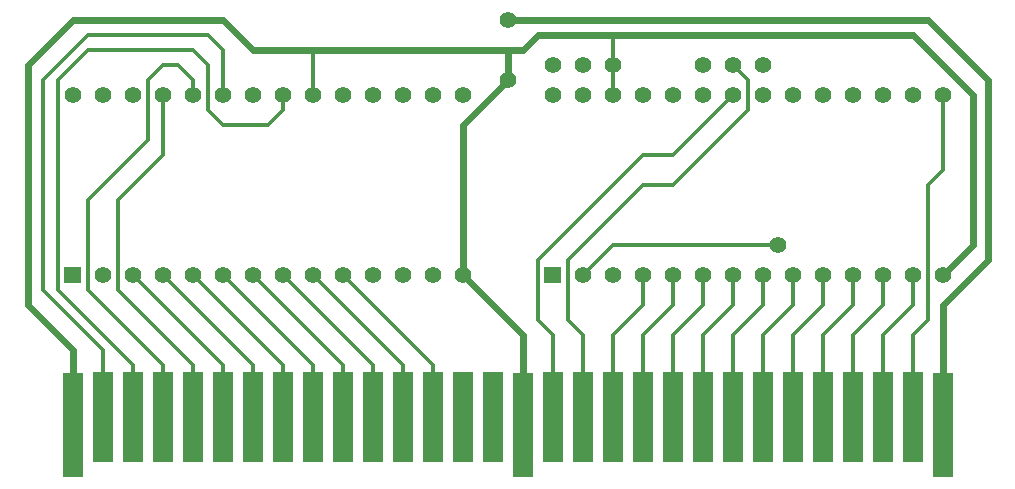
<source format=gbr>
%FSLAX34Y34*%
%MOMM*%
%LNCOPPER_TOP*%
G71*
G01*
%ADD10C,1.400*%
%ADD11R,1.800X8.890*%
%ADD12R,1.800X7.620*%
%ADD13C,0.300*%
%ADD14C,0.600*%
%LPD*%
G36*
X126350Y184800D02*
X140350Y184800D01*
X140350Y170800D01*
X126350Y170800D01*
X126350Y184800D01*
G37*
X158750Y177800D02*
G54D10*
D03*
X184150Y177800D02*
G54D10*
D03*
X209550Y177800D02*
G54D10*
D03*
X234950Y177800D02*
G54D10*
D03*
X260350Y177800D02*
G54D10*
D03*
X285750Y177800D02*
G54D10*
D03*
X311150Y177800D02*
G54D10*
D03*
X336550Y177800D02*
G54D10*
D03*
X361950Y177800D02*
G54D10*
D03*
X387350Y177800D02*
G54D10*
D03*
X412750Y177800D02*
G54D10*
D03*
X438150Y177800D02*
G54D10*
D03*
X463550Y177800D02*
G54D10*
D03*
X463550Y330200D02*
G54D10*
D03*
X438150Y330200D02*
G54D10*
D03*
X412750Y330200D02*
G54D10*
D03*
X387350Y330200D02*
G54D10*
D03*
X361950Y330200D02*
G54D10*
D03*
X336550Y330200D02*
G54D10*
D03*
X311150Y330200D02*
G54D10*
D03*
X285750Y330200D02*
G54D10*
D03*
X260350Y330200D02*
G54D10*
D03*
X234950Y330200D02*
G54D10*
D03*
X209550Y330200D02*
G54D10*
D03*
X184150Y330200D02*
G54D10*
D03*
X158750Y330200D02*
G54D10*
D03*
X133350Y330200D02*
G54D10*
D03*
G36*
X532750Y184800D02*
X546750Y184800D01*
X546750Y170800D01*
X532750Y170800D01*
X532750Y184800D01*
G37*
X565150Y177800D02*
G54D10*
D03*
X590550Y177800D02*
G54D10*
D03*
X615950Y177800D02*
G54D10*
D03*
X641350Y177800D02*
G54D10*
D03*
X666750Y177800D02*
G54D10*
D03*
X692150Y177800D02*
G54D10*
D03*
X717550Y177800D02*
G54D10*
D03*
X742950Y177800D02*
G54D10*
D03*
X768350Y177800D02*
G54D10*
D03*
X793750Y177800D02*
G54D10*
D03*
X819150Y177800D02*
G54D10*
D03*
X844550Y177800D02*
G54D10*
D03*
X869950Y177800D02*
G54D10*
D03*
X869950Y330200D02*
G54D10*
D03*
X844550Y330200D02*
G54D10*
D03*
X819150Y330200D02*
G54D10*
D03*
X793750Y330200D02*
G54D10*
D03*
X768350Y330200D02*
G54D10*
D03*
X742950Y330200D02*
G54D10*
D03*
X717550Y330200D02*
G54D10*
D03*
X692150Y330200D02*
G54D10*
D03*
X666750Y330200D02*
G54D10*
D03*
X641350Y330200D02*
G54D10*
D03*
X615950Y330200D02*
G54D10*
D03*
X590550Y330200D02*
G54D10*
D03*
X565150Y330200D02*
G54D10*
D03*
X539750Y330200D02*
G54D10*
D03*
X133350Y50800D02*
G54D11*
D03*
X158750Y57150D02*
G54D12*
D03*
X184150Y57150D02*
G54D12*
D03*
X209550Y57150D02*
G54D12*
D03*
X234950Y57150D02*
G54D12*
D03*
X260350Y57150D02*
G54D12*
D03*
X285750Y57150D02*
G54D12*
D03*
X311150Y57150D02*
G54D12*
D03*
X336550Y57150D02*
G54D12*
D03*
X361950Y57150D02*
G54D12*
D03*
X387350Y57150D02*
G54D12*
D03*
X412750Y57150D02*
G54D12*
D03*
X438150Y57150D02*
G54D12*
D03*
X463550Y57150D02*
G54D12*
D03*
X488950Y57150D02*
G54D12*
D03*
X514350Y50800D02*
G54D11*
D03*
X539750Y57150D02*
G54D12*
D03*
X565150Y57150D02*
G54D12*
D03*
X590550Y57150D02*
G54D12*
D03*
X615950Y57150D02*
G54D12*
D03*
X641350Y57150D02*
G54D12*
D03*
X666750Y57150D02*
G54D12*
D03*
X692150Y57150D02*
G54D12*
D03*
X717550Y57150D02*
G54D12*
D03*
X742950Y57150D02*
G54D12*
D03*
X768350Y57150D02*
G54D12*
D03*
X793750Y57150D02*
G54D12*
D03*
X819150Y57150D02*
G54D12*
D03*
X844550Y57150D02*
G54D12*
D03*
X869950Y50800D02*
G54D11*
D03*
G54D13*
X438150Y57150D02*
X438150Y101600D01*
X361950Y177800D01*
G54D13*
X412750Y57150D02*
X412750Y101600D01*
X336550Y177800D01*
G54D13*
X387350Y57150D02*
X387350Y101600D01*
X311150Y177800D01*
G54D13*
X361950Y57150D02*
X361950Y101600D01*
X285750Y177800D01*
G54D13*
X336550Y57150D02*
X336550Y101600D01*
X260350Y177800D01*
G54D13*
X311150Y57150D02*
X311150Y101600D01*
X234950Y177800D01*
G54D13*
X285750Y57150D02*
X285750Y101600D01*
X209550Y177800D01*
G54D13*
X260350Y57150D02*
X260350Y101600D01*
X184150Y177800D01*
G54D14*
X514350Y57150D02*
X514350Y127000D01*
X463550Y177800D01*
X463550Y304800D01*
X501650Y342900D01*
X501650Y368300D01*
G54D13*
X234950Y57150D02*
X234950Y101600D01*
X171450Y165100D01*
X171450Y241300D01*
X209550Y279400D01*
X209550Y330200D01*
G54D13*
X209550Y57150D02*
X209550Y101600D01*
X146050Y165100D01*
X146050Y241300D01*
X196850Y292100D01*
X196850Y342900D01*
X209550Y355600D01*
X222250Y355600D01*
X234950Y342900D01*
X234950Y330200D01*
G54D13*
X184150Y57150D02*
X184150Y101600D01*
X120650Y165100D01*
X120650Y342900D01*
X146050Y368300D01*
X234950Y368300D01*
X247650Y355600D01*
X247650Y317500D01*
X260350Y304800D01*
X298450Y304800D01*
X311150Y317500D01*
X311150Y330200D01*
G54D13*
X158750Y57150D02*
X158750Y114300D01*
X107950Y165100D01*
X107950Y342900D01*
X146050Y381000D01*
X247650Y381000D01*
X260350Y368300D01*
X260350Y330200D01*
G54D14*
X133350Y50800D02*
X133350Y114300D01*
X95250Y152400D01*
X95250Y355600D01*
X133350Y393700D01*
X260350Y393700D01*
X285750Y368300D01*
X514350Y368300D01*
X527050Y381000D01*
X844550Y381000D01*
X895350Y330200D01*
X895350Y203200D01*
X869950Y177800D01*
G54D13*
X819150Y57150D02*
X819150Y127000D01*
X844550Y152400D01*
X844550Y177800D01*
G54D13*
X793750Y57150D02*
X793750Y127000D01*
X819150Y152400D01*
X819150Y177800D01*
G54D13*
X768350Y57150D02*
X768350Y127000D01*
X793750Y152400D01*
X793750Y177800D01*
G54D13*
X742950Y57150D02*
X742950Y127000D01*
X768350Y152400D01*
X768350Y177800D01*
G54D13*
X717550Y57150D02*
X717550Y127000D01*
X742950Y152400D01*
X742950Y177800D01*
G54D13*
X692150Y57150D02*
X692150Y127000D01*
X717550Y152400D01*
X717550Y177800D01*
G54D13*
X666750Y57150D02*
X666750Y127000D01*
X692150Y152400D01*
X692150Y177800D01*
G54D13*
X641350Y57150D02*
X641350Y127000D01*
X666750Y152400D01*
X666750Y177800D01*
G54D13*
X615950Y57150D02*
X615950Y127000D01*
X641350Y152400D01*
X641350Y177800D01*
G54D13*
X590550Y57150D02*
X590550Y127000D01*
X615950Y152400D01*
X615950Y177800D01*
G54D13*
X844550Y57150D02*
X844550Y127000D01*
X857250Y139700D01*
X857250Y254000D01*
X869950Y266700D01*
X869950Y330200D01*
G54D14*
X869950Y50800D02*
X869950Y152400D01*
X908050Y190500D01*
X908050Y342900D01*
X857250Y393700D01*
X501650Y393700D01*
X666750Y355600D02*
G54D10*
D03*
X692150Y355600D02*
G54D10*
D03*
X717550Y355600D02*
G54D10*
D03*
G54D13*
X692150Y355600D02*
X704850Y342900D01*
X704850Y317500D01*
X641350Y254000D01*
X615950Y254000D01*
X552450Y190500D01*
X552450Y139700D01*
X565150Y127000D01*
X565150Y57150D01*
G54D13*
X692150Y330200D02*
X641350Y279400D01*
X615950Y279400D01*
X527050Y190500D01*
X527050Y139700D01*
X539750Y127000D01*
X539750Y57150D01*
X539750Y355600D02*
G54D10*
D03*
X565150Y355600D02*
G54D10*
D03*
X590550Y355600D02*
G54D10*
D03*
G54D13*
X590550Y330200D02*
X590550Y355600D01*
G54D13*
X565150Y177800D02*
X590550Y203200D01*
X730250Y203200D01*
X730250Y203200D02*
G54D10*
D03*
G54D13*
X590550Y355600D02*
X590550Y381000D01*
G54D13*
X336550Y330200D02*
X336550Y368300D01*
X501650Y393700D02*
G54D10*
D03*
X501650Y342900D02*
G54D10*
D03*
M02*

</source>
